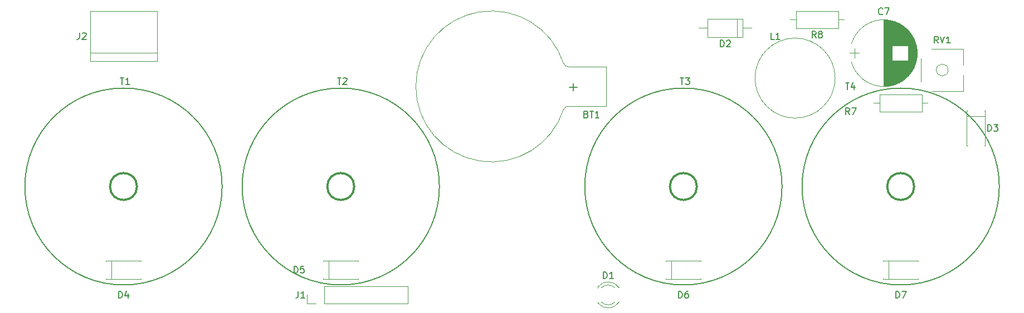
<source format=gto>
G04 #@! TF.GenerationSoftware,KiCad,Pcbnew,5.1.4-5.1.4*
G04 #@! TF.CreationDate,2019-09-03T08:09:01+02:00*
G04 #@! TF.ProjectId,nixieclock-in18,6e697869-6563-46c6-9f63-6b2d696e3138,rev?*
G04 #@! TF.SameCoordinates,Original*
G04 #@! TF.FileFunction,Legend,Top*
G04 #@! TF.FilePolarity,Positive*
%FSLAX46Y46*%
G04 Gerber Fmt 4.6, Leading zero omitted, Abs format (unit mm)*
G04 Created by KiCad (PCBNEW 5.1.4-5.1.4) date 2019-09-03 08:09:01*
%MOMM*%
%LPD*%
G04 APERTURE LIST*
%ADD10C,0.350000*%
%ADD11C,0.150000*%
%ADD12C,0.120000*%
G04 APERTURE END LIST*
D10*
X228107813Y-78740000D02*
G75*
G03X228107813Y-78740000I-2047813J0D01*
G01*
D11*
X241046000Y-78740000D02*
G75*
G03X241046000Y-78740000I-14986000J0D01*
G01*
X208026000Y-78740000D02*
G75*
G03X208026000Y-78740000I-14986000J0D01*
G01*
D10*
X195087813Y-78740000D02*
G75*
G03X195087813Y-78740000I-2047813J0D01*
G01*
D11*
X122936000Y-78740000D02*
G75*
G03X122936000Y-78740000I-14986000J0D01*
G01*
D10*
X109997813Y-78740000D02*
G75*
G03X109997813Y-78740000I-2047813J0D01*
G01*
X143017813Y-78740000D02*
G75*
G03X143017813Y-78740000I-2047813J0D01*
G01*
D11*
X155956000Y-78740000D02*
G75*
G03X155956000Y-78740000I-14986000J0D01*
G01*
D12*
X181270000Y-60500000D02*
X175570000Y-60500000D01*
X181270000Y-60500000D02*
X181270000Y-66500000D01*
X181270000Y-66500000D02*
X175570000Y-66500000D01*
X174818246Y-67026384D02*
G75*
G02X175570000Y-66500000I751754J-273616D01*
G01*
X152374329Y-63454719D02*
G75*
G03X174820000Y-67000000I11495671J-45281D01*
G01*
X174818246Y-59973616D02*
G75*
G03X175570000Y-60500000I751754J273616D01*
G01*
X152374329Y-63545281D02*
G75*
G02X174820000Y-60000000I11495671J45281D01*
G01*
X219030000Y-57670000D02*
X219030000Y-59170000D01*
X218280000Y-58420000D02*
X219780000Y-58420000D01*
X228561000Y-58141000D02*
X228561000Y-58699000D01*
X228521000Y-57748000D02*
X228521000Y-59092000D01*
X228481000Y-57507000D02*
X228481000Y-59333000D01*
X228441000Y-57316000D02*
X228441000Y-59524000D01*
X228401000Y-57155000D02*
X228401000Y-59685000D01*
X228361000Y-57013000D02*
X228361000Y-59827000D01*
X228321000Y-56884000D02*
X228321000Y-59956000D01*
X228281000Y-56766000D02*
X228281000Y-60074000D01*
X228241000Y-56657000D02*
X228241000Y-60183000D01*
X228201000Y-56554000D02*
X228201000Y-60286000D01*
X228161000Y-56458000D02*
X228161000Y-60382000D01*
X228121000Y-56367000D02*
X228121000Y-60473000D01*
X228081000Y-56280000D02*
X228081000Y-60560000D01*
X228041000Y-56198000D02*
X228041000Y-60642000D01*
X228001000Y-56119000D02*
X228001000Y-60721000D01*
X227961000Y-56043000D02*
X227961000Y-60797000D01*
X227921000Y-55971000D02*
X227921000Y-60869000D01*
X227881000Y-55901000D02*
X227881000Y-60939000D01*
X227841000Y-55833000D02*
X227841000Y-61007000D01*
X227801000Y-55768000D02*
X227801000Y-61072000D01*
X227761000Y-55705000D02*
X227761000Y-61135000D01*
X227721000Y-55643000D02*
X227721000Y-61197000D01*
X227681000Y-55584000D02*
X227681000Y-61256000D01*
X227641000Y-55526000D02*
X227641000Y-61314000D01*
X227601000Y-55471000D02*
X227601000Y-61369000D01*
X227561000Y-55416000D02*
X227561000Y-61424000D01*
X227521000Y-55363000D02*
X227521000Y-61477000D01*
X227481000Y-55312000D02*
X227481000Y-61528000D01*
X227441000Y-55262000D02*
X227441000Y-61578000D01*
X227401000Y-55213000D02*
X227401000Y-61627000D01*
X227361000Y-55165000D02*
X227361000Y-61675000D01*
X227321000Y-55118000D02*
X227321000Y-61722000D01*
X227281000Y-55073000D02*
X227281000Y-61767000D01*
X227241000Y-55029000D02*
X227241000Y-61811000D01*
X227201000Y-54985000D02*
X227201000Y-61855000D01*
X227161000Y-54943000D02*
X227161000Y-61897000D01*
X227121000Y-59601000D02*
X227121000Y-61938000D01*
X227121000Y-54902000D02*
X227121000Y-57239000D01*
X227081000Y-59601000D02*
X227081000Y-61979000D01*
X227081000Y-54861000D02*
X227081000Y-57239000D01*
X227041000Y-59601000D02*
X227041000Y-62018000D01*
X227041000Y-54822000D02*
X227041000Y-57239000D01*
X227001000Y-59601000D02*
X227001000Y-62057000D01*
X227001000Y-54783000D02*
X227001000Y-57239000D01*
X226961000Y-59601000D02*
X226961000Y-62095000D01*
X226961000Y-54745000D02*
X226961000Y-57239000D01*
X226921000Y-59601000D02*
X226921000Y-62132000D01*
X226921000Y-54708000D02*
X226921000Y-57239000D01*
X226881000Y-59601000D02*
X226881000Y-62168000D01*
X226881000Y-54672000D02*
X226881000Y-57239000D01*
X226841000Y-59601000D02*
X226841000Y-62204000D01*
X226841000Y-54636000D02*
X226841000Y-57239000D01*
X226801000Y-59601000D02*
X226801000Y-62239000D01*
X226801000Y-54601000D02*
X226801000Y-57239000D01*
X226761000Y-59601000D02*
X226761000Y-62273000D01*
X226761000Y-54567000D02*
X226761000Y-57239000D01*
X226721000Y-59601000D02*
X226721000Y-62306000D01*
X226721000Y-54534000D02*
X226721000Y-57239000D01*
X226681000Y-59601000D02*
X226681000Y-62339000D01*
X226681000Y-54501000D02*
X226681000Y-57239000D01*
X226641000Y-59601000D02*
X226641000Y-62371000D01*
X226641000Y-54469000D02*
X226641000Y-57239000D01*
X226601000Y-59601000D02*
X226601000Y-62402000D01*
X226601000Y-54438000D02*
X226601000Y-57239000D01*
X226561000Y-59601000D02*
X226561000Y-62433000D01*
X226561000Y-54407000D02*
X226561000Y-57239000D01*
X226521000Y-59601000D02*
X226521000Y-62463000D01*
X226521000Y-54377000D02*
X226521000Y-57239000D01*
X226481000Y-59601000D02*
X226481000Y-62492000D01*
X226481000Y-54348000D02*
X226481000Y-57239000D01*
X226441000Y-59601000D02*
X226441000Y-62521000D01*
X226441000Y-54319000D02*
X226441000Y-57239000D01*
X226401000Y-59601000D02*
X226401000Y-62550000D01*
X226401000Y-54290000D02*
X226401000Y-57239000D01*
X226361000Y-59601000D02*
X226361000Y-62577000D01*
X226361000Y-54263000D02*
X226361000Y-57239000D01*
X226321000Y-59601000D02*
X226321000Y-62605000D01*
X226321000Y-54235000D02*
X226321000Y-57239000D01*
X226281000Y-59601000D02*
X226281000Y-62631000D01*
X226281000Y-54209000D02*
X226281000Y-57239000D01*
X226241000Y-59601000D02*
X226241000Y-62657000D01*
X226241000Y-54183000D02*
X226241000Y-57239000D01*
X226201000Y-59601000D02*
X226201000Y-62683000D01*
X226201000Y-54157000D02*
X226201000Y-57239000D01*
X226161000Y-59601000D02*
X226161000Y-62708000D01*
X226161000Y-54132000D02*
X226161000Y-57239000D01*
X226121000Y-59601000D02*
X226121000Y-62732000D01*
X226121000Y-54108000D02*
X226121000Y-57239000D01*
X226081000Y-59601000D02*
X226081000Y-62756000D01*
X226081000Y-54084000D02*
X226081000Y-57239000D01*
X226041000Y-59601000D02*
X226041000Y-62780000D01*
X226041000Y-54060000D02*
X226041000Y-57239000D01*
X226001000Y-59601000D02*
X226001000Y-62803000D01*
X226001000Y-54037000D02*
X226001000Y-57239000D01*
X225961000Y-59601000D02*
X225961000Y-62825000D01*
X225961000Y-54015000D02*
X225961000Y-57239000D01*
X225921000Y-59601000D02*
X225921000Y-62848000D01*
X225921000Y-53992000D02*
X225921000Y-57239000D01*
X225881000Y-59601000D02*
X225881000Y-62869000D01*
X225881000Y-53971000D02*
X225881000Y-57239000D01*
X225841000Y-59601000D02*
X225841000Y-62890000D01*
X225841000Y-53950000D02*
X225841000Y-57239000D01*
X225801000Y-59601000D02*
X225801000Y-62911000D01*
X225801000Y-53929000D02*
X225801000Y-57239000D01*
X225761000Y-59601000D02*
X225761000Y-62931000D01*
X225761000Y-53909000D02*
X225761000Y-57239000D01*
X225721000Y-59601000D02*
X225721000Y-62951000D01*
X225721000Y-53889000D02*
X225721000Y-57239000D01*
X225681000Y-59601000D02*
X225681000Y-62970000D01*
X225681000Y-53870000D02*
X225681000Y-57239000D01*
X225641000Y-59601000D02*
X225641000Y-62989000D01*
X225641000Y-53851000D02*
X225641000Y-57239000D01*
X225601000Y-59601000D02*
X225601000Y-63008000D01*
X225601000Y-53832000D02*
X225601000Y-57239000D01*
X225561000Y-59601000D02*
X225561000Y-63026000D01*
X225561000Y-53814000D02*
X225561000Y-57239000D01*
X225521000Y-59601000D02*
X225521000Y-63044000D01*
X225521000Y-53796000D02*
X225521000Y-57239000D01*
X225481000Y-59601000D02*
X225481000Y-63061000D01*
X225481000Y-53779000D02*
X225481000Y-57239000D01*
X225441000Y-59601000D02*
X225441000Y-63078000D01*
X225441000Y-53762000D02*
X225441000Y-57239000D01*
X225401000Y-59601000D02*
X225401000Y-63094000D01*
X225401000Y-53746000D02*
X225401000Y-57239000D01*
X225361000Y-59601000D02*
X225361000Y-63111000D01*
X225361000Y-53729000D02*
X225361000Y-57239000D01*
X225321000Y-59601000D02*
X225321000Y-63126000D01*
X225321000Y-53714000D02*
X225321000Y-57239000D01*
X225281000Y-59601000D02*
X225281000Y-63142000D01*
X225281000Y-53698000D02*
X225281000Y-57239000D01*
X225241000Y-59601000D02*
X225241000Y-63157000D01*
X225241000Y-53683000D02*
X225241000Y-57239000D01*
X225201000Y-59601000D02*
X225201000Y-63171000D01*
X225201000Y-53669000D02*
X225201000Y-57239000D01*
X225161000Y-59601000D02*
X225161000Y-63185000D01*
X225161000Y-53655000D02*
X225161000Y-57239000D01*
X225121000Y-59601000D02*
X225121000Y-63199000D01*
X225121000Y-53641000D02*
X225121000Y-57239000D01*
X225081000Y-59601000D02*
X225081000Y-63212000D01*
X225081000Y-53628000D02*
X225081000Y-57239000D01*
X225041000Y-59601000D02*
X225041000Y-63226000D01*
X225041000Y-53614000D02*
X225041000Y-57239000D01*
X225001000Y-59601000D02*
X225001000Y-63238000D01*
X225001000Y-53602000D02*
X225001000Y-57239000D01*
X224961000Y-59601000D02*
X224961000Y-63251000D01*
X224961000Y-53589000D02*
X224961000Y-57239000D01*
X224921000Y-59601000D02*
X224921000Y-63263000D01*
X224921000Y-53577000D02*
X224921000Y-57239000D01*
X224881000Y-59601000D02*
X224881000Y-63274000D01*
X224881000Y-53566000D02*
X224881000Y-57239000D01*
X224841000Y-59601000D02*
X224841000Y-63285000D01*
X224841000Y-53555000D02*
X224841000Y-57239000D01*
X224801000Y-59601000D02*
X224801000Y-63296000D01*
X224801000Y-53544000D02*
X224801000Y-57239000D01*
X224761000Y-53533000D02*
X224761000Y-63307000D01*
X224721000Y-53523000D02*
X224721000Y-63317000D01*
X224681000Y-53513000D02*
X224681000Y-63327000D01*
X224641000Y-53503000D02*
X224641000Y-63337000D01*
X224601000Y-53494000D02*
X224601000Y-63346000D01*
X224561000Y-53485000D02*
X224561000Y-63355000D01*
X224521000Y-53477000D02*
X224521000Y-63363000D01*
X224481000Y-53469000D02*
X224481000Y-63371000D01*
X224441000Y-53461000D02*
X224441000Y-63379000D01*
X224401000Y-53453000D02*
X224401000Y-63387000D01*
X224361000Y-53446000D02*
X224361000Y-63394000D01*
X224321000Y-53439000D02*
X224321000Y-63401000D01*
X224281000Y-53433000D02*
X224281000Y-63407000D01*
X224241000Y-53427000D02*
X224241000Y-63413000D01*
X224201000Y-53421000D02*
X224201000Y-63419000D01*
X224160000Y-53415000D02*
X224160000Y-63425000D01*
X224120000Y-53410000D02*
X224120000Y-63430000D01*
X224080000Y-53405000D02*
X224080000Y-63435000D01*
X224040000Y-53400000D02*
X224040000Y-63440000D01*
X224000000Y-53396000D02*
X224000000Y-63444000D01*
X223960000Y-53392000D02*
X223960000Y-63448000D01*
X223920000Y-53389000D02*
X223920000Y-63451000D01*
X223880000Y-53385000D02*
X223880000Y-63455000D01*
X223840000Y-53382000D02*
X223840000Y-63458000D01*
X223800000Y-53380000D02*
X223800000Y-63460000D01*
X223760000Y-53377000D02*
X223760000Y-63463000D01*
X223720000Y-53375000D02*
X223720000Y-63465000D01*
X223680000Y-53373000D02*
X223680000Y-63467000D01*
X223640000Y-53372000D02*
X223640000Y-63468000D01*
X223600000Y-53371000D02*
X223600000Y-63469000D01*
X223560000Y-53370000D02*
X223560000Y-63470000D01*
X223520000Y-53370000D02*
X223520000Y-63470000D01*
X223480000Y-53370000D02*
X223480000Y-63470000D01*
X228378437Y-59803264D02*
G75*
G03X228379357Y-57040000I-4898437J1383264D01*
G01*
X228378437Y-59803264D02*
G75*
G02X218580643Y-59800000I-4898437J1383264D01*
G01*
X228378437Y-57036736D02*
G75*
G03X218580643Y-57040000I-4898437J-1383264D01*
G01*
X180050000Y-96330000D02*
X180050000Y-96486000D01*
X180050000Y-94014000D02*
X180050000Y-94170000D01*
X182651130Y-96329837D02*
G75*
G02X180569039Y-96330000I-1041130J1079837D01*
G01*
X182651130Y-94170163D02*
G75*
G03X180569039Y-94170000I-1041130J-1079837D01*
G01*
X183282335Y-96328608D02*
G75*
G02X180050000Y-96485516I-1672335J1078608D01*
G01*
X183282335Y-94171392D02*
G75*
G03X180050000Y-94014484I-1672335J-1078608D01*
G01*
X201210000Y-56020000D02*
X201210000Y-53200000D01*
X195390000Y-54610000D02*
X196730000Y-54610000D01*
X203390000Y-54610000D02*
X202050000Y-54610000D01*
X196730000Y-56020000D02*
X202050000Y-56020000D01*
X196730000Y-53200000D02*
X196730000Y-56020000D01*
X202050000Y-53200000D02*
X196730000Y-53200000D01*
X202050000Y-56020000D02*
X202050000Y-53200000D01*
X238900000Y-68030000D02*
X236080000Y-68030000D01*
X236080000Y-72510000D02*
X236210000Y-72510000D01*
X236080000Y-67190000D02*
X236080000Y-72510000D01*
X236210000Y-67190000D02*
X236080000Y-67190000D01*
X238900000Y-72510000D02*
X238770000Y-72510000D01*
X238900000Y-67190000D02*
X238900000Y-72510000D01*
X238770000Y-67190000D02*
X238900000Y-67190000D01*
X105290000Y-90160000D02*
X105290000Y-90030000D01*
X105290000Y-90030000D02*
X110610000Y-90030000D01*
X110610000Y-90030000D02*
X110610000Y-90160000D01*
X105290000Y-92720000D02*
X105290000Y-92850000D01*
X105290000Y-92850000D02*
X110610000Y-92850000D01*
X110610000Y-92850000D02*
X110610000Y-92720000D01*
X106130000Y-90030000D02*
X106130000Y-92850000D01*
X139150000Y-90030000D02*
X139150000Y-92850000D01*
X143630000Y-92850000D02*
X143630000Y-92720000D01*
X138310000Y-92850000D02*
X143630000Y-92850000D01*
X138310000Y-92720000D02*
X138310000Y-92850000D01*
X143630000Y-90030000D02*
X143630000Y-90160000D01*
X138310000Y-90030000D02*
X143630000Y-90030000D01*
X138310000Y-90160000D02*
X138310000Y-90030000D01*
X190380000Y-90160000D02*
X190380000Y-90030000D01*
X190380000Y-90030000D02*
X195700000Y-90030000D01*
X195700000Y-90030000D02*
X195700000Y-90160000D01*
X190380000Y-92720000D02*
X190380000Y-92850000D01*
X190380000Y-92850000D02*
X195700000Y-92850000D01*
X195700000Y-92850000D02*
X195700000Y-92720000D01*
X191220000Y-90030000D02*
X191220000Y-92850000D01*
X224240000Y-90030000D02*
X224240000Y-92850000D01*
X228720000Y-92850000D02*
X228720000Y-92720000D01*
X223400000Y-92850000D02*
X228720000Y-92850000D01*
X223400000Y-92720000D02*
X223400000Y-92850000D01*
X228720000Y-90030000D02*
X228720000Y-90160000D01*
X223400000Y-90030000D02*
X228720000Y-90030000D01*
X223400000Y-90160000D02*
X223400000Y-90030000D01*
X102870000Y-59690000D02*
X113030000Y-59690000D01*
X102870000Y-52070000D02*
X102870000Y-59690000D01*
X113030000Y-52070000D02*
X102870000Y-52070000D01*
X113030000Y-59690000D02*
X113030000Y-52070000D01*
X113030000Y-58420000D02*
X102870000Y-58420000D01*
X216100000Y-62230000D02*
G75*
G03X216100000Y-62230000I-6090000J0D01*
G01*
X222850000Y-64730000D02*
X222850000Y-67350000D01*
X222850000Y-67350000D02*
X229270000Y-67350000D01*
X229270000Y-67350000D02*
X229270000Y-64730000D01*
X229270000Y-64730000D02*
X222850000Y-64730000D01*
X221960000Y-66040000D02*
X222850000Y-66040000D01*
X230160000Y-66040000D02*
X229270000Y-66040000D01*
X209260000Y-53340000D02*
X210150000Y-53340000D01*
X217460000Y-53340000D02*
X216570000Y-53340000D01*
X210150000Y-54650000D02*
X216570000Y-54650000D01*
X210150000Y-52030000D02*
X210150000Y-54650000D01*
X216570000Y-52030000D02*
X210150000Y-52030000D01*
X216570000Y-54650000D02*
X216570000Y-52030000D01*
X235580000Y-61758000D02*
X235580000Y-64210000D01*
X235580000Y-57790000D02*
X235580000Y-60243000D01*
X229160000Y-59258000D02*
X229160000Y-62743000D01*
X230743000Y-64210000D02*
X235580000Y-64210000D01*
X230743000Y-57790000D02*
X235580000Y-57790000D01*
X233270000Y-61000000D02*
G75*
G03X233270000Y-61000000I-900000J0D01*
G01*
X135830000Y-96580000D02*
X135830000Y-95250000D01*
X137160000Y-96580000D02*
X135830000Y-96580000D01*
X138430000Y-96580000D02*
X138430000Y-93920000D01*
X138430000Y-93920000D02*
X151190000Y-93920000D01*
X138430000Y-96580000D02*
X151190000Y-96580000D01*
X151190000Y-96580000D02*
X151190000Y-93920000D01*
D11*
X217678095Y-62952380D02*
X218249523Y-62952380D01*
X217963809Y-63952380D02*
X217963809Y-62952380D01*
X219011428Y-63285714D02*
X219011428Y-63952380D01*
X218773333Y-62904761D02*
X218535238Y-63619047D01*
X219154285Y-63619047D01*
X192532095Y-62190380D02*
X193103523Y-62190380D01*
X192817809Y-63190380D02*
X192817809Y-62190380D01*
X193341619Y-62190380D02*
X193960666Y-62190380D01*
X193627333Y-62571333D01*
X193770190Y-62571333D01*
X193865428Y-62618952D01*
X193913047Y-62666571D01*
X193960666Y-62761809D01*
X193960666Y-62999904D01*
X193913047Y-63095142D01*
X193865428Y-63142761D01*
X193770190Y-63190380D01*
X193484476Y-63190380D01*
X193389238Y-63142761D01*
X193341619Y-63095142D01*
X107442095Y-62190380D02*
X108013523Y-62190380D01*
X107727809Y-63190380D02*
X107727809Y-62190380D01*
X108870666Y-63190380D02*
X108299238Y-63190380D01*
X108584952Y-63190380D02*
X108584952Y-62190380D01*
X108489714Y-62333238D01*
X108394476Y-62428476D01*
X108299238Y-62476095D01*
X140462095Y-62190380D02*
X141033523Y-62190380D01*
X140747809Y-63190380D02*
X140747809Y-62190380D01*
X141319238Y-62285619D02*
X141366857Y-62238000D01*
X141462095Y-62190380D01*
X141700190Y-62190380D01*
X141795428Y-62238000D01*
X141843047Y-62285619D01*
X141890666Y-62380857D01*
X141890666Y-62476095D01*
X141843047Y-62618952D01*
X141271619Y-63190380D01*
X141890666Y-63190380D01*
X178284285Y-67728571D02*
X178427142Y-67776190D01*
X178474761Y-67823809D01*
X178522380Y-67919047D01*
X178522380Y-68061904D01*
X178474761Y-68157142D01*
X178427142Y-68204761D01*
X178331904Y-68252380D01*
X177950952Y-68252380D01*
X177950952Y-67252380D01*
X178284285Y-67252380D01*
X178379523Y-67300000D01*
X178427142Y-67347619D01*
X178474761Y-67442857D01*
X178474761Y-67538095D01*
X178427142Y-67633333D01*
X178379523Y-67680952D01*
X178284285Y-67728571D01*
X177950952Y-67728571D01*
X178808095Y-67252380D02*
X179379523Y-67252380D01*
X179093809Y-68252380D02*
X179093809Y-67252380D01*
X180236666Y-68252380D02*
X179665238Y-68252380D01*
X179950952Y-68252380D02*
X179950952Y-67252380D01*
X179855714Y-67395238D01*
X179760476Y-67490476D01*
X179665238Y-67538095D01*
X175748571Y-63607142D02*
X176891428Y-63607142D01*
X176320000Y-64178571D02*
X176320000Y-63035714D01*
X223313333Y-52467142D02*
X223265714Y-52514761D01*
X223122857Y-52562380D01*
X223027619Y-52562380D01*
X222884761Y-52514761D01*
X222789523Y-52419523D01*
X222741904Y-52324285D01*
X222694285Y-52133809D01*
X222694285Y-51990952D01*
X222741904Y-51800476D01*
X222789523Y-51705238D01*
X222884761Y-51610000D01*
X223027619Y-51562380D01*
X223122857Y-51562380D01*
X223265714Y-51610000D01*
X223313333Y-51657619D01*
X223646666Y-51562380D02*
X224313333Y-51562380D01*
X223884761Y-52562380D01*
X180871904Y-92742380D02*
X180871904Y-91742380D01*
X181110000Y-91742380D01*
X181252857Y-91790000D01*
X181348095Y-91885238D01*
X181395714Y-91980476D01*
X181443333Y-92170952D01*
X181443333Y-92313809D01*
X181395714Y-92504285D01*
X181348095Y-92599523D01*
X181252857Y-92694761D01*
X181110000Y-92742380D01*
X180871904Y-92742380D01*
X182395714Y-92742380D02*
X181824285Y-92742380D01*
X182110000Y-92742380D02*
X182110000Y-91742380D01*
X182014761Y-91885238D01*
X181919523Y-91980476D01*
X181824285Y-92028095D01*
X198651904Y-57472380D02*
X198651904Y-56472380D01*
X198890000Y-56472380D01*
X199032857Y-56520000D01*
X199128095Y-56615238D01*
X199175714Y-56710476D01*
X199223333Y-56900952D01*
X199223333Y-57043809D01*
X199175714Y-57234285D01*
X199128095Y-57329523D01*
X199032857Y-57424761D01*
X198890000Y-57472380D01*
X198651904Y-57472380D01*
X199604285Y-56567619D02*
X199651904Y-56520000D01*
X199747142Y-56472380D01*
X199985238Y-56472380D01*
X200080476Y-56520000D01*
X200128095Y-56567619D01*
X200175714Y-56662857D01*
X200175714Y-56758095D01*
X200128095Y-56900952D01*
X199556666Y-57472380D01*
X200175714Y-57472380D01*
X239291904Y-70302380D02*
X239291904Y-69302380D01*
X239530000Y-69302380D01*
X239672857Y-69350000D01*
X239768095Y-69445238D01*
X239815714Y-69540476D01*
X239863333Y-69730952D01*
X239863333Y-69873809D01*
X239815714Y-70064285D01*
X239768095Y-70159523D01*
X239672857Y-70254761D01*
X239530000Y-70302380D01*
X239291904Y-70302380D01*
X240196666Y-69302380D02*
X240815714Y-69302380D01*
X240482380Y-69683333D01*
X240625238Y-69683333D01*
X240720476Y-69730952D01*
X240768095Y-69778571D01*
X240815714Y-69873809D01*
X240815714Y-70111904D01*
X240768095Y-70207142D01*
X240720476Y-70254761D01*
X240625238Y-70302380D01*
X240339523Y-70302380D01*
X240244285Y-70254761D01*
X240196666Y-70207142D01*
X107211904Y-95702380D02*
X107211904Y-94702380D01*
X107450000Y-94702380D01*
X107592857Y-94750000D01*
X107688095Y-94845238D01*
X107735714Y-94940476D01*
X107783333Y-95130952D01*
X107783333Y-95273809D01*
X107735714Y-95464285D01*
X107688095Y-95559523D01*
X107592857Y-95654761D01*
X107450000Y-95702380D01*
X107211904Y-95702380D01*
X108640476Y-95035714D02*
X108640476Y-95702380D01*
X108402380Y-94654761D02*
X108164285Y-95369047D01*
X108783333Y-95369047D01*
X133881904Y-91892380D02*
X133881904Y-90892380D01*
X134120000Y-90892380D01*
X134262857Y-90940000D01*
X134358095Y-91035238D01*
X134405714Y-91130476D01*
X134453333Y-91320952D01*
X134453333Y-91463809D01*
X134405714Y-91654285D01*
X134358095Y-91749523D01*
X134262857Y-91844761D01*
X134120000Y-91892380D01*
X133881904Y-91892380D01*
X135358095Y-90892380D02*
X134881904Y-90892380D01*
X134834285Y-91368571D01*
X134881904Y-91320952D01*
X134977142Y-91273333D01*
X135215238Y-91273333D01*
X135310476Y-91320952D01*
X135358095Y-91368571D01*
X135405714Y-91463809D01*
X135405714Y-91701904D01*
X135358095Y-91797142D01*
X135310476Y-91844761D01*
X135215238Y-91892380D01*
X134977142Y-91892380D01*
X134881904Y-91844761D01*
X134834285Y-91797142D01*
X192301904Y-95702380D02*
X192301904Y-94702380D01*
X192540000Y-94702380D01*
X192682857Y-94750000D01*
X192778095Y-94845238D01*
X192825714Y-94940476D01*
X192873333Y-95130952D01*
X192873333Y-95273809D01*
X192825714Y-95464285D01*
X192778095Y-95559523D01*
X192682857Y-95654761D01*
X192540000Y-95702380D01*
X192301904Y-95702380D01*
X193730476Y-94702380D02*
X193540000Y-94702380D01*
X193444761Y-94750000D01*
X193397142Y-94797619D01*
X193301904Y-94940476D01*
X193254285Y-95130952D01*
X193254285Y-95511904D01*
X193301904Y-95607142D01*
X193349523Y-95654761D01*
X193444761Y-95702380D01*
X193635238Y-95702380D01*
X193730476Y-95654761D01*
X193778095Y-95607142D01*
X193825714Y-95511904D01*
X193825714Y-95273809D01*
X193778095Y-95178571D01*
X193730476Y-95130952D01*
X193635238Y-95083333D01*
X193444761Y-95083333D01*
X193349523Y-95130952D01*
X193301904Y-95178571D01*
X193254285Y-95273809D01*
X225321904Y-95702380D02*
X225321904Y-94702380D01*
X225560000Y-94702380D01*
X225702857Y-94750000D01*
X225798095Y-94845238D01*
X225845714Y-94940476D01*
X225893333Y-95130952D01*
X225893333Y-95273809D01*
X225845714Y-95464285D01*
X225798095Y-95559523D01*
X225702857Y-95654761D01*
X225560000Y-95702380D01*
X225321904Y-95702380D01*
X226226666Y-94702380D02*
X226893333Y-94702380D01*
X226464761Y-95702380D01*
X101266666Y-55332380D02*
X101266666Y-56046666D01*
X101219047Y-56189523D01*
X101123809Y-56284761D01*
X100980952Y-56332380D01*
X100885714Y-56332380D01*
X101695238Y-55427619D02*
X101742857Y-55380000D01*
X101838095Y-55332380D01*
X102076190Y-55332380D01*
X102171428Y-55380000D01*
X102219047Y-55427619D01*
X102266666Y-55522857D01*
X102266666Y-55618095D01*
X102219047Y-55760952D01*
X101647619Y-56332380D01*
X102266666Y-56332380D01*
X206843333Y-56332380D02*
X206367142Y-56332380D01*
X206367142Y-55332380D01*
X207700476Y-56332380D02*
X207129047Y-56332380D01*
X207414761Y-56332380D02*
X207414761Y-55332380D01*
X207319523Y-55475238D01*
X207224285Y-55570476D01*
X207129047Y-55618095D01*
X218273333Y-67762380D02*
X217940000Y-67286190D01*
X217701904Y-67762380D02*
X217701904Y-66762380D01*
X218082857Y-66762380D01*
X218178095Y-66810000D01*
X218225714Y-66857619D01*
X218273333Y-66952857D01*
X218273333Y-67095714D01*
X218225714Y-67190952D01*
X218178095Y-67238571D01*
X218082857Y-67286190D01*
X217701904Y-67286190D01*
X218606666Y-66762380D02*
X219273333Y-66762380D01*
X218844761Y-67762380D01*
X213193333Y-56102380D02*
X212860000Y-55626190D01*
X212621904Y-56102380D02*
X212621904Y-55102380D01*
X213002857Y-55102380D01*
X213098095Y-55150000D01*
X213145714Y-55197619D01*
X213193333Y-55292857D01*
X213193333Y-55435714D01*
X213145714Y-55530952D01*
X213098095Y-55578571D01*
X213002857Y-55626190D01*
X212621904Y-55626190D01*
X213764761Y-55530952D02*
X213669523Y-55483333D01*
X213621904Y-55435714D01*
X213574285Y-55340476D01*
X213574285Y-55292857D01*
X213621904Y-55197619D01*
X213669523Y-55150000D01*
X213764761Y-55102380D01*
X213955238Y-55102380D01*
X214050476Y-55150000D01*
X214098095Y-55197619D01*
X214145714Y-55292857D01*
X214145714Y-55340476D01*
X214098095Y-55435714D01*
X214050476Y-55483333D01*
X213955238Y-55530952D01*
X213764761Y-55530952D01*
X213669523Y-55578571D01*
X213621904Y-55626190D01*
X213574285Y-55721428D01*
X213574285Y-55911904D01*
X213621904Y-56007142D01*
X213669523Y-56054761D01*
X213764761Y-56102380D01*
X213955238Y-56102380D01*
X214050476Y-56054761D01*
X214098095Y-56007142D01*
X214145714Y-55911904D01*
X214145714Y-55721428D01*
X214098095Y-55626190D01*
X214050476Y-55578571D01*
X213955238Y-55530952D01*
X231774761Y-56892380D02*
X231441428Y-56416190D01*
X231203333Y-56892380D02*
X231203333Y-55892380D01*
X231584285Y-55892380D01*
X231679523Y-55940000D01*
X231727142Y-55987619D01*
X231774761Y-56082857D01*
X231774761Y-56225714D01*
X231727142Y-56320952D01*
X231679523Y-56368571D01*
X231584285Y-56416190D01*
X231203333Y-56416190D01*
X232060476Y-55892380D02*
X232393809Y-56892380D01*
X232727142Y-55892380D01*
X233584285Y-56892380D02*
X233012857Y-56892380D01*
X233298571Y-56892380D02*
X233298571Y-55892380D01*
X233203333Y-56035238D01*
X233108095Y-56130476D01*
X233012857Y-56178095D01*
X134496666Y-94702380D02*
X134496666Y-95416666D01*
X134449047Y-95559523D01*
X134353809Y-95654761D01*
X134210952Y-95702380D01*
X134115714Y-95702380D01*
X135496666Y-95702380D02*
X134925238Y-95702380D01*
X135210952Y-95702380D02*
X135210952Y-94702380D01*
X135115714Y-94845238D01*
X135020476Y-94940476D01*
X134925238Y-94988095D01*
M02*

</source>
